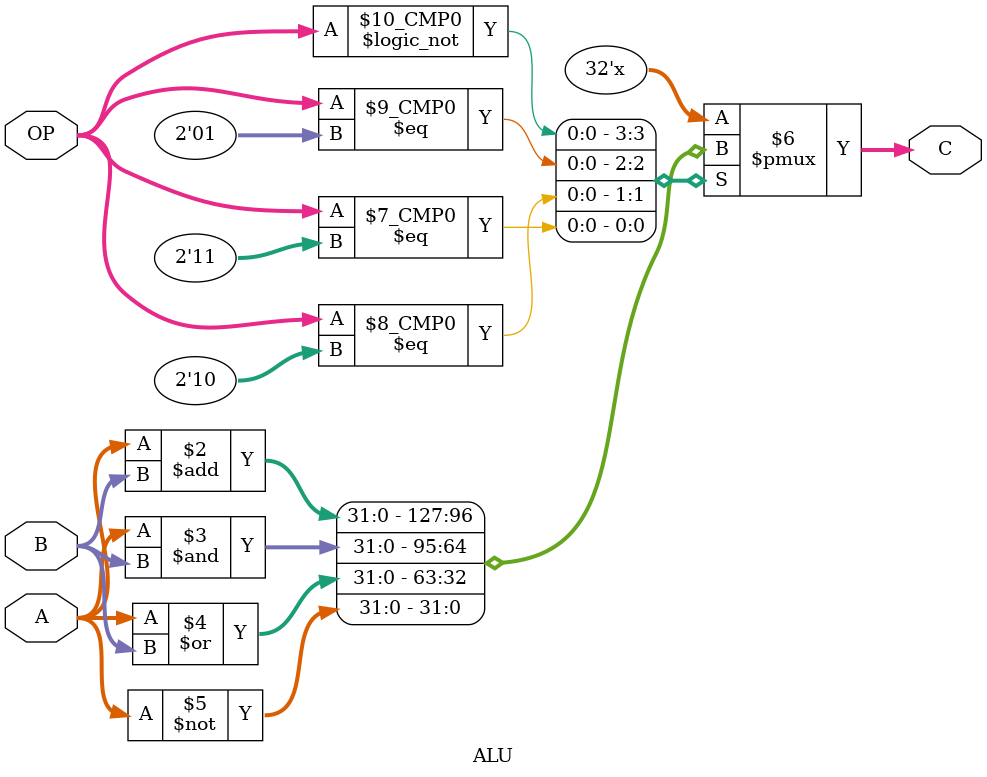
<source format=v>

module ALU(C, A, B, OP);

output reg [31:0] C;
input [31:0] A, B;
input [1:0] OP;

always @ (A or B or OP) 
begin

	case(OP)
	2'b00: C = A + B; // opcode = 0, add A and B
	2'b01: C = A & B; // opcode = 1, bitwise AND
	2'b10: C = A | B; // opcode = 2, bitwise OR
	2'b11: C = ~A;    // opcode = 3, bitwise complement
	endcase
	end

endmodule
	
	

</source>
